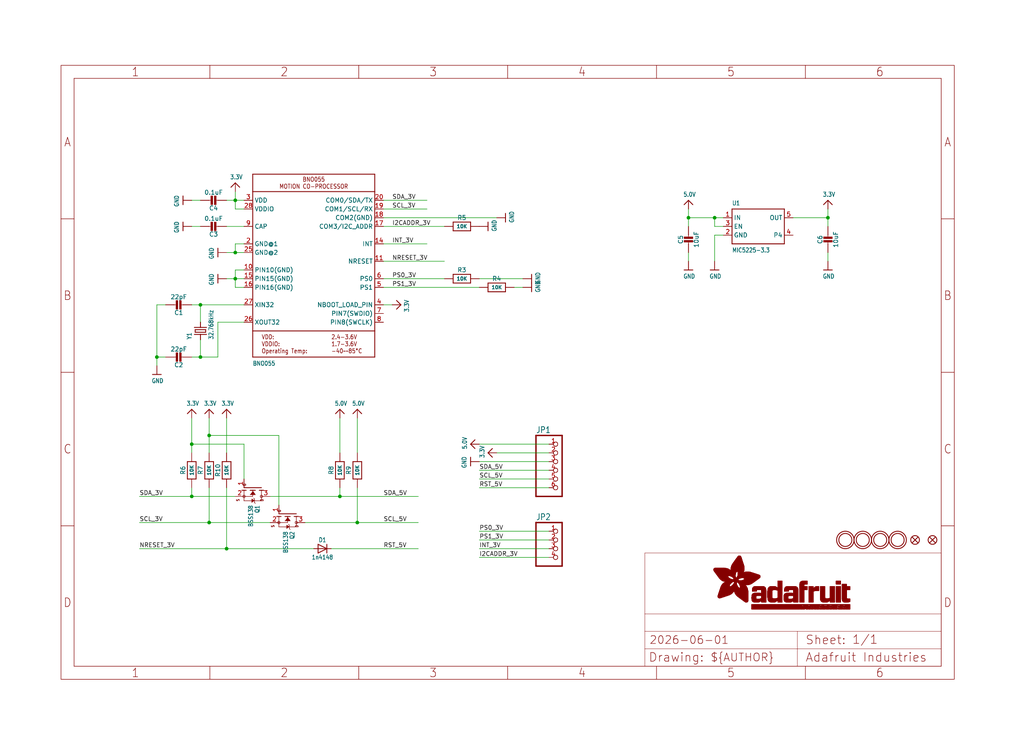
<source format=kicad_sch>
(kicad_sch (version 20231120) (generator "eeschema") (generator_version "8.0")
  (paper "User" 298.45 217.322)
  (lib_symbols
    (symbol "Adafruit BNO055-eagle-import:3.3V" (power)
      (symbol "3.3V_1_0"
        (pin power_in line (at 0 -2.54 90) (length 2.54) (name "3.3V") (number "1"))
      )
    )
    (symbol "Adafruit BNO055-eagle-import:5.0V" (power)
      (symbol "5.0V_1_0"
        (pin power_in line (at 0 -2.54 90) (length 2.54) (name "5.0V") (number "1"))
      )
    )
    (symbol "Adafruit BNO055-eagle-import:BNO055"
      (symbol "BNO055_1_0"
        (text "2.4-3.6V\n1.7-3.6V\n-40~~85°C" (at 5.08 -24.13 0) (effects (font (size 1.27 1.0795)) (justify left)))
        (text "BNO055\nMOTION CO-PROCESSOR" (at 0 22.86 0) (effects (font (size 1.27 1.0795))))
        (text "VDD:\nVDDIO:\nOperating Temp:" (at -15.24 -24.13 0) (effects (font (size 1.27 1.0795)) (justify left)))
        (pin bidirectional line (at -20.32 -2.54 0) (length 2.54) (name "PIN10(GND)") (number "10"))
        (pin bidirectional line (at 20.32 0 180) (length 2.54) (name "NRESET") (number "11"))
        (pin output line (at 20.32 5.08 180) (length 2.54) (name "INT") (number "14"))
        (pin bidirectional line (at -20.32 -5.08 0) (length 2.54) (name "PIN15(GND)") (number "15"))
        (pin bidirectional line (at -20.32 -7.62 0) (length 2.54) (name "PIN16(GND)") (number "16"))
        (pin bidirectional line (at 20.32 10.16 180) (length 2.54) (name "COM3/I2C_ADDR") (number "17"))
        (pin bidirectional line (at 20.32 12.7 180) (length 2.54) (name "COM2(GND)") (number "18"))
        (pin bidirectional line (at 20.32 15.24 180) (length 2.54) (name "COM1/SCL/RX") (number "19"))
        (pin power_in line (at -20.32 5.08 0) (length 2.54) (name "GND@1") (number "2"))
        (pin bidirectional line (at 20.32 17.78 180) (length 2.54) (name "COM0/SDA/TX") (number "20"))
        (pin power_in line (at -20.32 2.54 0) (length 2.54) (name "GND@2") (number "25"))
        (pin output line (at -20.32 -17.78 0) (length 2.54) (name "XOUT32") (number "26"))
        (pin input line (at -20.32 -12.7 0) (length 2.54) (name "XIN32") (number "27"))
        (pin power_in line (at -20.32 15.24 0) (length 2.54) (name "VDDIO") (number "28"))
        (pin power_in line (at -20.32 17.78 0) (length 2.54) (name "VDD") (number "3"))
        (pin bidirectional line (at 20.32 -12.7 180) (length 2.54) (name "NBOOT_LOAD_PIN") (number "4"))
        (pin input line (at 20.32 -7.62 180) (length 2.54) (name "PS1") (number "5"))
        (pin input line (at 20.32 -5.08 180) (length 2.54) (name "PS0") (number "6"))
        (pin bidirectional line (at 20.32 -15.24 180) (length 2.54) (name "PIN7(SWDIO)") (number "7"))
        (pin bidirectional line (at 20.32 -17.78 180) (length 2.54) (name "PIN8(SWCLK)") (number "8"))
        (pin passive line (at -20.32 10.16 0) (length 2.54) (name "CAP") (number "9"))
      )
    )
    (symbol "Adafruit BNO055-eagle-import:CAP_CERAMIC0805-NOOUTLINE"
      (property "Reference" "C" (at -2.29 1.25 90))
      (symbol "CAP_CERAMIC0805-NOOUTLINE_1_0"
        (pin passive line (at 0 5.08 270) (length 2.54) (name "1") (number "1"))
        (pin passive line (at 0 -2.54 90) (length 2.54) (name "2") (number "2"))
      )
    )
    (symbol "Adafruit BNO055-eagle-import:CAP_CERAMIC0805_10MGAP"
      (property "Reference" "C" (at -2.29 1.25 90))
      (symbol "CAP_CERAMIC0805_10MGAP_1_0"
        (pin passive line (at 0 5.08 270) (length 2.54) (name "1") (number "1"))
        (pin passive line (at 0 -2.54 90) (length 2.54) (name "2") (number "2"))
      )
    )
    (symbol "Adafruit BNO055-eagle-import:CRYSTAL8.0X3.8"
      (property "Reference" "Y" (at -2.54 2.54 0))
      (symbol "CRYSTAL8.0X3.8_1_0"
        (pin passive line (at -2.54 0 0) (length 0) (name "1") (number "P$1"))
        (pin passive line (at 2.54 0 180) (length 0) (name "2") (number "P$4"))
      )
    )
    (symbol "Adafruit BNO055-eagle-import:DIODESOD-323"
      (property "Reference" "D" (at 0 2.54 0))
      (symbol "DIODESOD-323_1_0"
        (pin passive line (at -2.54 0 0) (length 2.54) (name "A") (number "A"))
        (pin passive line (at 2.54 0 180) (length 2.54) (name "C") (number "C"))
      )
    )
    (symbol "Adafruit BNO055-eagle-import:FIDUCIAL{dblquote}{dblquote}")
    (symbol "Adafruit BNO055-eagle-import:FRAME_A4_ADAFRUIT"
      (symbol "FRAME_A4_ADAFRUIT_1_0"
        (text "${#}/${##}" (at 230.505 10.16 0) (effects (font (size 2.54 2.54)) (justify left bottom)))
        (text "${AUTHOR}" (at 189.23 5.08 0) (effects (font (size 2.286 2.286)) (justify left bottom)))
        (text "${CURRENT_DATE}" (at 171.45 10.16 0) (effects (font (size 2.286 2.286)) (justify left bottom)))
        (text "${PROJECTNAME}" (at 171.45 15.24 0) (effects (font (size 2.54 2.54)) (justify left bottom)))
        (text "1" (at 21.6958 1.905 0) (effects (font (size 2.54 2.286))))
        (text "1" (at 21.6958 177.165 0) (effects (font (size 2.54 2.286))))
        (text "2" (at 65.0875 1.905 0) (effects (font (size 2.54 2.286))))
        (text "2" (at 65.0875 177.165 0) (effects (font (size 2.54 2.286))))
        (text "3" (at 108.4792 1.905 0) (effects (font (size 2.54 2.286))))
        (text "3" (at 108.4792 177.165 0) (effects (font (size 2.54 2.286))))
        (text "4" (at 151.8708 1.905 0) (effects (font (size 2.54 2.286))))
        (text "4" (at 151.8708 177.165 0) (effects (font (size 2.54 2.286))))
        (text "5" (at 195.2625 1.905 0) (effects (font (size 2.54 2.286))))
        (text "5" (at 195.2625 177.165 0) (effects (font (size 2.54 2.286))))
        (text "6" (at 238.6542 1.905 0) (effects (font (size 2.54 2.286))))
        (text "6" (at 238.6542 177.165 0) (effects (font (size 2.54 2.286))))
        (text "A" (at 1.905 156.6863 0) (effects (font (size 2.54 2.286))))
        (text "A" (at 258.445 156.6863 0) (effects (font (size 2.54 2.286))))
        (text "Adafruit Industries" (at 216.916 4.953 0) (effects (font (size 2.54 2.54)) (justify left bottom)))
        (text "B" (at 1.905 111.9188 0) (effects (font (size 2.54 2.286))))
        (text "B" (at 258.445 111.9188 0) (effects (font (size 2.54 2.286))))
        (text "C" (at 1.905 67.1513 0) (effects (font (size 2.54 2.286))))
        (text "C" (at 258.445 67.1513 0) (effects (font (size 2.54 2.286))))
        (text "D" (at 1.905 22.3838 0) (effects (font (size 2.54 2.286))))
        (text "D" (at 258.445 22.3838 0) (effects (font (size 2.54 2.286))))
        (text "Drawing:" (at 171.196 4.953 0) (effects (font (size 2.54 2.54)) (justify left bottom)))
        (text "Sheet:" (at 216.916 10.033 0) (effects (font (size 2.54 2.54)) (justify left bottom)))
      )
    )
    (symbol "Adafruit BNO055-eagle-import:GND" (power)
      (symbol "GND_1_0"
        (pin power_in line (at 0 2.54 270) (length 2.54) (name "GND") (number "1"))
      )
    )
    (symbol "Adafruit BNO055-eagle-import:HEADER-1X476MIL"
      (property "Reference" "JP" (at -6.35 8.255 0))
      (symbol "HEADER-1X476MIL_1_0"
        (pin passive inverted (at -2.54 5.08 0) (length 2.54) (name "1") (number "1"))
        (pin passive inverted (at -2.54 2.54 0) (length 2.54) (name "2") (number "2"))
        (pin passive inverted (at -2.54 0 0) (length 2.54) (name "3") (number "3"))
        (pin passive inverted (at -2.54 -2.54 0) (length 2.54) (name "4") (number "4"))
      )
    )
    (symbol "Adafruit BNO055-eagle-import:HEADER-1X676MIL"
      (property "Reference" "JP" (at -6.35 10.795 0))
      (symbol "HEADER-1X676MIL_1_0"
        (pin passive inverted (at -2.54 7.62 0) (length 2.54) (name "1") (number "1"))
        (pin passive inverted (at -2.54 5.08 0) (length 2.54) (name "2") (number "2"))
        (pin passive inverted (at -2.54 2.54 0) (length 2.54) (name "3") (number "3"))
        (pin passive inverted (at -2.54 0 0) (length 2.54) (name "4") (number "4"))
        (pin passive inverted (at -2.54 -2.54 0) (length 2.54) (name "5") (number "5"))
        (pin passive inverted (at -2.54 -5.08 0) (length 2.54) (name "6") (number "6"))
      )
    )
    (symbol "Adafruit BNO055-eagle-import:MOSFET-NWIDE"
      (property "Reference" "Q" (at 5.08 0.635 0))
      (symbol "MOSFET-NWIDE_1_0"
        (text "D" (at 3.175 3.175 0) (effects (font (size 0.8128 0.6908)) (justify left bottom)))
        (text "G" (at -1.27 -1.905 0) (effects (font (size 0.8128 0.6908)) (justify left bottom)))
        (text "S" (at 3.175 -3.81 0) (effects (font (size 0.8128 0.6908)) (justify left bottom)))
        (pin bidirectional line (at -2.54 -2.54 0) (length 2.54) (name "G") (number "1"))
        (pin bidirectional line (at 2.54 -5.08 90) (length 2.54) (name "S") (number "2"))
        (pin bidirectional line (at 2.54 5.08 270) (length 2.54) (name "D") (number "3"))
      )
    )
    (symbol "Adafruit BNO055-eagle-import:MOUNTINGHOLE2.5_THICK")
    (symbol "Adafruit BNO055-eagle-import:RESISTOR0805_NOOUTLINE"
      (property "Reference" "R" (at 0 2.54 0))
      (symbol "RESISTOR0805_NOOUTLINE_1_0"
        (pin passive line (at -5.08 0 0) (length 2.54) (name "1") (number "1"))
        (pin passive line (at 5.08 0 180) (length 2.54) (name "2") (number "2"))
      )
    )
    (symbol "Adafruit BNO055-eagle-import:RESISTOR_0805MP"
      (property "Reference" "R" (at 0 2.54 0))
      (symbol "RESISTOR_0805MP_1_0"
        (pin passive line (at -5.08 0 0) (length 2.54) (name "1") (number "1"))
        (pin passive line (at 5.08 0 180) (length 2.54) (name "2") (number "2"))
      )
    )
    (symbol "Adafruit BNO055-eagle-import:VREG_SOT23-5"
      (property "Reference" "U" (at -7.62 6.096 0))
      (symbol "VREG_SOT23-5_1_0"
        (pin power_in line (at -10.16 2.54 0) (length 2.54) (name "IN") (number "1"))
        (pin power_in line (at -10.16 -2.54 0) (length 2.54) (name "GND") (number "2"))
        (pin input line (at -10.16 0 0) (length 2.54) (name "EN") (number "3"))
        (pin bidirectional line (at 10.16 -2.54 180) (length 2.54) (name "P4") (number "4"))
        (pin power_in line (at 10.16 2.54 180) (length 2.54) (name "OUT") (number "5"))
      )
    )
  )
  (junction (at 58.42 88.9))
  (junction (at 55.88 144.78))
  (junction (at 60.96 127))
  (junction (at 68.58 81.28))
  (junction (at 60.96 152.4))
  (junction (at 58.42 104.14))
  (junction (at 45.72 104.14))
  (junction (at 200.66 63.5))
  (junction (at 66.04 160.02))
  (junction (at 68.58 73.66))
  (junction (at 99.06 144.78))
  (junction (at 68.58 58.42))
  (junction (at 208.28 63.5))
  (junction (at 104.14 152.4))
  (junction (at 55.88 129.54))
  (junction (at 241.3 63.5))
  (wire (pts (xy 200.66 63.5) (xy 200.66 60.96)) (stroke (width 0.1524)))
  (wire (pts (xy 71.12 93.98) (xy 63.5 93.98)) (stroke (width 0.1524)))
  (wire (pts (xy 139.7 154.94) (xy 160.02 154.94)) (stroke (width 0.1524)))
  (wire (pts (xy 71.12 139.7) (xy 71.12 129.54)) (stroke (width 0.1524)))
  (wire (pts (xy 139.7 81.28) (xy 152.4 81.28)) (stroke (width 0.1524)))
  (wire (pts (xy 139.7 129.54) (xy 160.02 129.54)) (stroke (width 0.1524)))
  (wire (pts (xy 111.76 88.9) (xy 114.3 88.9)) (stroke (width 0.1524)))
  (wire (pts (xy 111.76 66.04) (xy 129.54 66.04)) (stroke (width 0.1524)))
  (wire (pts (xy 210.82 66.04) (xy 208.28 66.04)) (stroke (width 0.1524)))
  (wire (pts (xy 58.42 58.42) (xy 55.88 58.42)) (stroke (width 0.1524)))
  (wire (pts (xy 60.96 142.24) (xy 60.96 152.4)) (stroke (width 0.1524)))
  (wire (pts (xy 58.42 93.98) (xy 58.42 88.9)) (stroke (width 0.1524)))
  (wire (pts (xy 68.58 83.82) (xy 68.58 81.28)) (stroke (width 0.1524)))
  (wire (pts (xy 71.12 129.54) (xy 55.88 129.54)) (stroke (width 0.1524)))
  (wire (pts (xy 48.26 104.14) (xy 45.72 104.14)) (stroke (width 0.1524)))
  (wire (pts (xy 200.66 66.04) (xy 200.66 63.5)) (stroke (width 0.1524)))
  (wire (pts (xy 45.72 88.9) (xy 45.72 104.14)) (stroke (width 0.1524)))
  (wire (pts (xy 241.3 73.66) (xy 241.3 76.2)) (stroke (width 0.1524)))
  (wire (pts (xy 55.88 142.24) (xy 55.88 144.78)) (stroke (width 0.1524)))
  (wire (pts (xy 111.76 83.82) (xy 139.7 83.82)) (stroke (width 0.1524)))
  (wire (pts (xy 63.5 93.98) (xy 63.5 104.14)) (stroke (width 0.1524)))
  (wire (pts (xy 68.58 78.74) (xy 68.58 81.28)) (stroke (width 0.1524)))
  (wire (pts (xy 144.78 63.5) (xy 111.76 63.5)) (stroke (width 0.1524)))
  (wire (pts (xy 60.96 152.4) (xy 40.64 152.4)) (stroke (width 0.1524)))
  (wire (pts (xy 63.5 104.14) (xy 58.42 104.14)) (stroke (width 0.1524)))
  (wire (pts (xy 139.7 139.7) (xy 160.02 139.7)) (stroke (width 0.1524)))
  (wire (pts (xy 99.06 144.78) (xy 121.92 144.78)) (stroke (width 0.1524)))
  (wire (pts (xy 48.26 88.9) (xy 45.72 88.9)) (stroke (width 0.1524)))
  (wire (pts (xy 139.7 162.56) (xy 160.02 162.56)) (stroke (width 0.1524)))
  (wire (pts (xy 60.96 127) (xy 60.96 121.92)) (stroke (width 0.1524)))
  (wire (pts (xy 160.02 134.62) (xy 139.7 134.62)) (stroke (width 0.1524)))
  (wire (pts (xy 68.58 60.96) (xy 68.58 58.42)) (stroke (width 0.1524)))
  (wire (pts (xy 139.7 137.16) (xy 160.02 137.16)) (stroke (width 0.1524)))
  (wire (pts (xy 81.28 147.32) (xy 81.28 127)) (stroke (width 0.1524)))
  (wire (pts (xy 139.7 160.02) (xy 160.02 160.02)) (stroke (width 0.1524)))
  (wire (pts (xy 111.76 81.28) (xy 129.54 81.28)) (stroke (width 0.1524)))
  (wire (pts (xy 81.28 127) (xy 60.96 127)) (stroke (width 0.1524)))
  (wire (pts (xy 241.3 66.04) (xy 241.3 63.5)) (stroke (width 0.1524)))
  (wire (pts (xy 60.96 132.08) (xy 60.96 127)) (stroke (width 0.1524)))
  (wire (pts (xy 55.88 144.78) (xy 40.64 144.78)) (stroke (width 0.1524)))
  (wire (pts (xy 104.14 152.4) (xy 121.92 152.4)) (stroke (width 0.1524)))
  (wire (pts (xy 71.12 78.74) (xy 68.58 78.74)) (stroke (width 0.1524)))
  (wire (pts (xy 68.58 71.12) (xy 68.58 73.66)) (stroke (width 0.1524)))
  (wire (pts (xy 68.58 58.42) (xy 68.58 55.88)) (stroke (width 0.1524)))
  (wire (pts (xy 58.42 88.9) (xy 55.88 88.9)) (stroke (width 0.1524)))
  (wire (pts (xy 111.76 76.2) (xy 129.54 76.2)) (stroke (width 0.1524)))
  (wire (pts (xy 104.14 132.08) (xy 104.14 121.92)) (stroke (width 0.1524)))
  (wire (pts (xy 71.12 66.04) (xy 66.04 66.04)) (stroke (width 0.1524)))
  (wire (pts (xy 71.12 88.9) (xy 58.42 88.9)) (stroke (width 0.1524)))
  (wire (pts (xy 111.76 60.96) (xy 124.46 60.96)) (stroke (width 0.1524)))
  (wire (pts (xy 241.3 63.5) (xy 241.3 60.96)) (stroke (width 0.1524)))
  (wire (pts (xy 208.28 68.58) (xy 208.28 76.2)) (stroke (width 0.1524)))
  (wire (pts (xy 78.74 144.78) (xy 99.06 144.78)) (stroke (width 0.1524)))
  (wire (pts (xy 71.12 60.96) (xy 68.58 60.96)) (stroke (width 0.1524)))
  (wire (pts (xy 200.66 73.66) (xy 200.66 76.2)) (stroke (width 0.1524)))
  (wire (pts (xy 104.14 152.4) (xy 104.14 142.24)) (stroke (width 0.1524)))
  (wire (pts (xy 66.04 58.42) (xy 68.58 58.42)) (stroke (width 0.1524)))
  (wire (pts (xy 71.12 73.66) (xy 68.58 73.66)) (stroke (width 0.1524)))
  (wire (pts (xy 58.42 66.04) (xy 55.88 66.04)) (stroke (width 0.1524)))
  (wire (pts (xy 149.86 83.82) (xy 152.4 83.82)) (stroke (width 0.1524)))
  (wire (pts (xy 68.58 73.66) (xy 66.04 73.66)) (stroke (width 0.1524)))
  (wire (pts (xy 58.42 99.06) (xy 58.42 104.14)) (stroke (width 0.1524)))
  (wire (pts (xy 66.04 132.08) (xy 66.04 121.92)) (stroke (width 0.1524)))
  (wire (pts (xy 78.74 152.4) (xy 60.96 152.4)) (stroke (width 0.1524)))
  (wire (pts (xy 99.06 132.08) (xy 99.06 121.92)) (stroke (width 0.1524)))
  (wire (pts (xy 111.76 71.12) (xy 124.46 71.12)) (stroke (width 0.1524)))
  (wire (pts (xy 208.28 63.5) (xy 200.66 63.5)) (stroke (width 0.1524)))
  (wire (pts (xy 55.88 129.54) (xy 55.88 121.92)) (stroke (width 0.1524)))
  (wire (pts (xy 71.12 71.12) (xy 68.58 71.12)) (stroke (width 0.1524)))
  (wire (pts (xy 88.9 152.4) (xy 104.14 152.4)) (stroke (width 0.1524)))
  (wire (pts (xy 139.7 142.24) (xy 160.02 142.24)) (stroke (width 0.1524)))
  (wire (pts (xy 208.28 66.04) (xy 208.28 63.5)) (stroke (width 0.1524)))
  (wire (pts (xy 66.04 142.24) (xy 66.04 160.02)) (stroke (width 0.1524)))
  (wire (pts (xy 210.82 68.58) (xy 208.28 68.58)) (stroke (width 0.1524)))
  (wire (pts (xy 45.72 104.14) (xy 45.72 106.68)) (stroke (width 0.1524)))
  (wire (pts (xy 96.52 160.02) (xy 121.92 160.02)) (stroke (width 0.1524)))
  (wire (pts (xy 55.88 132.08) (xy 55.88 129.54)) (stroke (width 0.1524)))
  (wire (pts (xy 40.64 160.02) (xy 66.04 160.02)) (stroke (width 0.1524)))
  (wire (pts (xy 160.02 132.08) (xy 144.78 132.08)) (stroke (width 0.1524)))
  (wire (pts (xy 71.12 81.28) (xy 68.58 81.28)) (stroke (width 0.1524)))
  (wire (pts (xy 58.42 104.14) (xy 55.88 104.14)) (stroke (width 0.1524)))
  (wire (pts (xy 99.06 144.78) (xy 99.06 142.24)) (stroke (width 0.1524)))
  (wire (pts (xy 231.14 63.5) (xy 241.3 63.5)) (stroke (width 0.1524)))
  (wire (pts (xy 139.7 157.48) (xy 160.02 157.48)) (stroke (width 0.1524)))
  (wire (pts (xy 66.04 160.02) (xy 91.44 160.02)) (stroke (width 0.1524)))
  (wire (pts (xy 210.82 63.5) (xy 208.28 63.5)) (stroke (width 0.1524)))
  (wire (pts (xy 68.58 144.78) (xy 55.88 144.78)) (stroke (width 0.1524)))
  (wire (pts (xy 71.12 58.42) (xy 68.58 58.42)) (stroke (width 0.1524)))
  (wire (pts (xy 111.76 58.42) (xy 124.46 58.42)) (stroke (width 0.1524)))
  (wire (pts (xy 68.58 81.28) (xy 66.04 81.28)) (stroke (width 0.1524)))
  (wire (pts (xy 71.12 83.82) (xy 68.58 83.82)) (stroke (width 0.1524)))
  (label "INT_3V" (at 139.7 160.02 0) (effects (font (size 1.2446 1.2446))))
  (label "SDA_5V" (at 111.76 144.78 0) (effects (font (size 1.2446 1.2446))))
  (label "RST_5V" (at 139.7 142.24 0) (effects (font (size 1.2446 1.2446))))
  (label "PS1_3V" (at 114.3 83.82 0) (effects (font (size 1.2446 1.2446))))
  (label "SCL_5V" (at 139.7 139.7 0) (effects (font (size 1.2446 1.2446))))
  (label "PS0_3V" (at 139.7 154.94 0) (effects (font (size 1.2446 1.2446))))
  (label "I2CADDR_3V" (at 114.3 66.04 0) (effects (font (size 1.2446 1.2446))))
  (label "RST_5V" (at 111.76 160.02 0) (effects (font (size 1.2446 1.2446))))
  (label "PS1_3V" (at 139.7 157.48 0) (effects (font (size 1.2446 1.2446))))
  (label "SCL_5V" (at 111.76 152.4 0) (effects (font (size 1.2446 1.2446))))
  (label "I2CADDR_3V" (at 139.7 162.56 0) (effects (font (size 1.2446 1.2446))))
  (label "SDA_5V" (at 139.7 137.16 0) (effects (font (size 1.2446 1.2446))))
  (label "NRESET_3V" (at 114.3 76.2 0) (effects (font (size 1.2446 1.2446))))
  (label "SDA_3V" (at 114.3 58.42 0) (effects (font (size 1.2446 1.2446))))
  (label "NRESET_3V" (at 40.64 160.02 0) (effects (font (size 1.2446 1.2446))))
  (label "PS0_3V" (at 114.3 81.28 0) (effects (font (size 1.2446 1.2446))))
  (label "SDA_3V" (at 40.64 144.78 0) (effects (font (size 1.2446 1.2446))))
  (label "SCL_3V" (at 40.64 152.4 0) (effects (font (size 1.2446 1.2446))))
  (label "INT_3V" (at 114.3 71.12 0) (effects (font (size 1.2446 1.2446))))
  (label "SCL_3V" (at 114.3 60.96 0) (effects (font (size 1.2446 1.2446))))
  (symbol (lib_id "Adafruit BNO055-eagle-import:GND") (at 241.3 78.74 0) (unit 1)
    (property "Reference" "#U$23" (effects (hide yes)))
    (property "Value" "GND" (at 239.776 81.28 0) (effects (font (size 1.27 1.0795)) (justify left bottom)))
  )
  (symbol (lib_id "Adafruit BNO055-eagle-import:5.0V") (at 99.06 119.38 0) (unit 1)
    (property "Reference" "#U$19" (effects (hide yes)))
    (property "Value" "5.0V" (at 97.536 118.364 0) (effects (font (size 1.27 1.0795)) (justify left bottom)))
  )
  (symbol (lib_id "Adafruit BNO055-eagle-import:5.0V") (at 104.14 119.38 0) (unit 1)
    (property "Reference" "#U$20" (effects (hide yes)))
    (property "Value" "5.0V" (at 102.616 118.364 0) (effects (font (size 1.27 1.0795)) (justify left bottom)))
  )
  (symbol (lib_id "Adafruit BNO055-eagle-import:CAP_CERAMIC0805-NOOUTLINE") (at 200.66 71.12 0) (unit 1)
    (property "Reference" "C5" (at 198.37 69.87 90))
    (property "Value" "10uF" (at 202.96 69.87 90))
    (property "Footprint" "Adafruit BNO055:0805-NO" (effects (hide yes)))
  )
  (symbol (lib_id "Adafruit BNO055-eagle-import:GND") (at 53.34 58.42 270) (unit 1)
    (property "Reference" "#U$16" (effects (hide yes)))
    (property "Value" "GND" (at 50.8 56.896 0) (effects (font (size 1.27 1.0795)) (justify left bottom)))
  )
  (symbol (lib_id "Adafruit BNO055-eagle-import:FIDUCIAL{dblquote}{dblquote}") (at 271.78 157.48 0) (unit 1)
    (property "Reference" "FID1" (effects (hide yes)))
    (property "Value" "FIDUCIAL{dblquote}{dblquote}" (effects (hide yes)))
    (property "Footprint" "Adafruit BNO055:FIDUCIAL_1MM" (effects (hide yes)))
  )
  (symbol (lib_id "Adafruit BNO055-eagle-import:DIODESOD-323") (at 93.98 160.02 0) (unit 1)
    (property "Reference" "D1" (at 93.98 157.48 0) (effects (font (size 1.27 1.0795))))
    (property "Value" "1n4148" (at 93.98 162.52 0) (effects (font (size 1.27 1.0795))))
    (property "Footprint" "Adafruit BNO055:SOD-323" (effects (hide yes)))
  )
  (symbol (lib_id "Adafruit BNO055-eagle-import:RESISTOR0805_NOOUTLINE") (at 60.96 137.16 90) (unit 1)
    (property "Reference" "R7" (at 58.42 137.16 0))
    (property "Value" "10K" (at 60.96 137.16 0) (effects (font (size 1.016 1.016) (bold yes))))
    (property "Footprint" "Adafruit BNO055:0805-NO" (effects (hide yes)))
  )
  (symbol (lib_id "Adafruit BNO055-eagle-import:GND") (at 53.34 66.04 270) (unit 1)
    (property "Reference" "#U$14" (effects (hide yes)))
    (property "Value" "GND" (at 50.8 64.516 0) (effects (font (size 1.27 1.0795)) (justify left bottom)))
  )
  (symbol (lib_id "Adafruit BNO055-eagle-import:MOSFET-NWIDE") (at 83.82 149.86 270) (unit 1)
    (property "Reference" "Q2" (at 84.455 154.94 0) (effects (font (size 1.27 1.0795)) (justify left bottom)))
    (property "Value" "BSS138" (at 82.55 154.94 0) (effects (font (size 1.27 1.0795)) (justify left bottom)))
    (property "Footprint" "Adafruit BNO055:SOT23-WIDE" (effects (hide yes)))
  )
  (symbol (lib_id "Adafruit BNO055-eagle-import:MOUNTINGHOLE2.5_THICK") (at 246.38 157.48 0) (unit 1)
    (property "Reference" "U$32" (effects (hide yes)))
    (property "Value" "MOUNTINGHOLE2.5_THICK" (effects (hide yes)))
    (property "Footprint" "Adafruit BNO055:MOUNTINGHOLE_2.5_PLATED_THICK" (effects (hide yes)))
  )
  (symbol (lib_id "Adafruit BNO055-eagle-import:3.3V") (at 68.58 53.34 0) (unit 1)
    (property "Reference" "#U$21" (effects (hide yes)))
    (property "Value" "3.3V" (at 67.056 52.324 0) (effects (font (size 1.27 1.0795)) (justify left bottom)))
  )
  (symbol (lib_id "Adafruit BNO055-eagle-import:GND") (at 45.72 109.22 0) (unit 1)
    (property "Reference" "#U$11" (effects (hide yes)))
    (property "Value" "GND" (at 44.196 111.76 0) (effects (font (size 1.27 1.0795)) (justify left bottom)))
  )
  (symbol (lib_id "Adafruit BNO055-eagle-import:3.3V") (at 60.96 119.38 0) (unit 1)
    (property "Reference" "#U$9" (effects (hide yes)))
    (property "Value" "3.3V" (at 59.436 118.364 0) (effects (font (size 1.27 1.0795)) (justify left bottom)))
  )
  (symbol (lib_id "Adafruit BNO055-eagle-import:GND") (at 142.24 66.04 90) (unit 1)
    (property "Reference" "#U$7" (effects (hide yes)))
    (property "Value" "GND" (at 144.78 67.564 0) (effects (font (size 1.27 1.0795)) (justify left bottom)))
  )
  (symbol (lib_id "Adafruit BNO055-eagle-import:3.3V") (at 116.84 88.9 270) (unit 1)
    (property "Reference" "#U$15" (effects (hide yes)))
    (property "Value" "3.3V" (at 117.856 87.376 0) (effects (font (size 1.27 1.0795)) (justify left bottom)))
  )
  (symbol (lib_id "Adafruit BNO055-eagle-import:5.0V") (at 200.66 58.42 0) (unit 1)
    (property "Reference" "#U$25" (effects (hide yes)))
    (property "Value" "5.0V" (at 199.136 57.404 0) (effects (font (size 1.27 1.0795)) (justify left bottom)))
  )
  (symbol (lib_id "Adafruit BNO055-eagle-import:MOUNTINGHOLE2.5_THICK") (at 261.62 157.48 0) (unit 1)
    (property "Reference" "U$29" (effects (hide yes)))
    (property "Value" "MOUNTINGHOLE2.5_THICK" (effects (hide yes)))
    (property "Footprint" "Adafruit BNO055:MOUNTINGHOLE_2.5_PLATED_THICK" (effects (hide yes)))
  )
  (symbol (lib_id "Adafruit BNO055-eagle-import:RESISTOR0805_NOOUTLINE") (at 66.04 137.16 90) (unit 1)
    (property "Reference" "R10" (at 63.5 137.16 0))
    (property "Value" "10K" (at 66.04 137.16 0) (effects (font (size 1.016 1.016) (bold yes))))
    (property "Footprint" "Adafruit BNO055:0805-NO" (effects (hide yes)))
  )
  (symbol (lib_id "Adafruit BNO055-eagle-import:3.3V") (at 142.24 132.08 90) (unit 1)
    (property "Reference" "#U$17" (effects (hide yes)))
    (property "Value" "3.3V" (at 141.224 133.604 0) (effects (font (size 1.27 1.0795)) (justify left bottom)))
  )
  (symbol (lib_id "Adafruit BNO055-eagle-import:RESISTOR0805_NOOUTLINE") (at 134.62 66.04 0) (unit 1)
    (property "Reference" "R5" (at 134.62 63.5 0))
    (property "Value" "10K" (at 134.62 66.04 0) (effects (font (size 1.016 1.016) (bold yes))))
    (property "Footprint" "Adafruit BNO055:0805-NO" (effects (hide yes)))
  )
  (symbol (lib_id "Adafruit BNO055-eagle-import:3.3V") (at 241.3 58.42 0) (unit 1)
    (property "Reference" "#U$24" (effects (hide yes)))
    (property "Value" "3.3V" (at 239.776 57.404 0) (effects (font (size 1.27 1.0795)) (justify left bottom)))
  )
  (symbol (lib_id "Adafruit BNO055-eagle-import:GND") (at 154.94 81.28 90) (unit 1)
    (property "Reference" "#U$5" (effects (hide yes)))
    (property "Value" "GND" (at 157.48 82.804 0) (effects (font (size 1.27 1.0795)) (justify left bottom)))
  )
  (symbol (lib_id "Adafruit BNO055-eagle-import:CAP_CERAMIC0805_10MGAP") (at 63.5 58.42 90) (unit 1)
    (property "Reference" "C4" (at 62.25 60.71 90))
    (property "Value" "0.1uF" (at 62.25 56.12 90))
    (property "Footprint" "Adafruit BNO055:0805_10MGAP" (effects (hide yes)))
  )
  (symbol (lib_id "Adafruit BNO055-eagle-import:3.3V") (at 66.04 119.38 0) (unit 1)
    (property "Reference" "#U$27" (effects (hide yes)))
    (property "Value" "3.3V" (at 64.516 118.364 0) (effects (font (size 1.27 1.0795)) (justify left bottom)))
  )
  (symbol (lib_id "Adafruit BNO055-eagle-import:RESISTOR0805_NOOUTLINE") (at 134.62 81.28 0) (unit 1)
    (property "Reference" "R3" (at 134.62 78.74 0))
    (property "Value" "10K" (at 134.62 81.28 0) (effects (font (size 1.016 1.016) (bold yes))))
    (property "Footprint" "Adafruit BNO055:0805-NO" (effects (hide yes)))
  )
  (symbol (lib_id "Adafruit BNO055-eagle-import:GND") (at 147.32 63.5 90) (unit 1)
    (property "Reference" "#U$8" (effects (hide yes)))
    (property "Value" "GND" (at 149.86 65.024 0) (effects (font (size 1.27 1.0795)) (justify left bottom)))
  )
  (symbol (lib_id "Adafruit BNO055-eagle-import:3.3V") (at 55.88 119.38 0) (unit 1)
    (property "Reference" "#U$4" (effects (hide yes)))
    (property "Value" "3.3V" (at 54.356 118.364 0) (effects (font (size 1.27 1.0795)) (justify left bottom)))
  )
  (symbol (lib_id "Adafruit BNO055-eagle-import:CAP_CERAMIC0805-NOOUTLINE") (at 53.34 104.14 90) (unit 1)
    (property "Reference" "C2" (at 52.09 106.43 90))
    (property "Value" "22pF" (at 52.09 101.84 90))
    (property "Footprint" "Adafruit BNO055:0805-NO" (effects (hide yes)))
  )
  (symbol (lib_id "Adafruit BNO055-eagle-import:CAP_CERAMIC0805-NOOUTLINE") (at 53.34 88.9 90) (unit 1)
    (property "Reference" "C1" (at 52.09 91.19 90))
    (property "Value" "22pF" (at 52.09 86.6 90))
    (property "Footprint" "Adafruit BNO055:0805-NO" (effects (hide yes)))
  )
  (symbol (lib_id "Adafruit BNO055-eagle-import:GND") (at 63.5 73.66 270) (unit 1)
    (property "Reference" "#U$13" (effects (hide yes)))
    (property "Value" "GND" (at 60.96 72.136 0) (effects (font (size 1.27 1.0795)) (justify left bottom)))
  )
  (symbol (lib_id "Adafruit BNO055-eagle-import:5.0V") (at 137.16 129.54 90) (unit 1)
    (property "Reference" "#U$10" (effects (hide yes)))
    (property "Value" "5.0V" (at 136.144 131.064 0) (effects (font (size 1.27 1.0795)) (justify left bottom)))
  )
  (symbol (lib_id "Adafruit BNO055-eagle-import:HEADER-1X676MIL") (at 162.56 137.16 0) (unit 1)
    (property "Reference" "JP1" (at 156.21 126.365 0) (effects (font (size 1.778 1.5113)) (justify left bottom)))
    (property "Value" "HEADER-1X676MIL" (effects (hide yes)))
    (property "Footprint" "Adafruit BNO055:1X06_ROUND_76" (effects (hide yes)))
  )
  (symbol (lib_id "Adafruit BNO055-eagle-import:CAP_CERAMIC0805_10MGAP") (at 241.3 71.12 0) (unit 1)
    (property "Reference" "C6" (at 239.01 69.87 90))
    (property "Value" "10uF" (at 243.6 69.87 90))
    (property "Footprint" "Adafruit BNO055:0805_10MGAP" (effects (hide yes)))
  )
  (symbol (lib_id "Adafruit BNO055-eagle-import:FIDUCIAL{dblquote}{dblquote}") (at 266.7 157.48 0) (unit 1)
    (property "Reference" "FID2" (effects (hide yes)))
    (property "Value" "FIDUCIAL{dblquote}{dblquote}" (effects (hide yes)))
    (property "Footprint" "Adafruit BNO055:FIDUCIAL_1MM" (effects (hide yes)))
  )
  (symbol (lib_id "Adafruit BNO055-eagle-import:RESISTOR_0805MP") (at 104.14 137.16 90) (unit 1)
    (property "Reference" "R9" (at 101.6 137.16 0))
    (property "Value" "10K" (at 104.14 137.16 0) (effects (font (size 1.016 1.016) (bold yes))))
    (property "Footprint" "Adafruit BNO055:_0805MP" (effects (hide yes)))
  )
  (symbol (lib_id "Adafruit BNO055-eagle-import:RESISTOR0805_NOOUTLINE") (at 144.78 83.82 0) (unit 1)
    (property "Reference" "R4" (at 144.78 81.28 0))
    (property "Value" "10K" (at 144.78 83.82 0) (effects (font (size 1.016 1.016) (bold yes))))
    (property "Footprint" "Adafruit BNO055:0805-NO" (effects (hide yes)))
  )
  (symbol (lib_id "Adafruit BNO055-eagle-import:MOUNTINGHOLE2.5_THICK") (at 256.54 157.48 0) (unit 1)
    (property "Reference" "U$30" (effects (hide yes)))
    (property "Value" "MOUNTINGHOLE2.5_THICK" (effects (hide yes)))
    (property "Footprint" "Adafruit BNO055:MOUNTINGHOLE_2.5_PLATED_THICK" (effects (hide yes)))
  )
  (symbol (lib_id "Adafruit BNO055-eagle-import:BNO055") (at 91.44 76.2 0) (unit 1)
    (property "Reference" "U$2" (effects (hide yes)))
    (property "Value" "BNO055" (at 73.66 106.68 0) (effects (font (size 1.27 1.0795)) (justify left bottom)))
    (property "Footprint" "Adafruit BNO055:BNO055" (effects (hide yes)))
  )
  (symbol (lib_id "Adafruit BNO055-eagle-import:GND") (at 63.5 81.28 270) (unit 1)
    (property "Reference" "#U$12" (effects (hide yes)))
    (property "Value" "GND" (at 60.96 79.756 0) (effects (font (size 1.27 1.0795)) (justify left bottom)))
  )
  (symbol (lib_id "Adafruit BNO055-eagle-import:RESISTOR_0805MP") (at 99.06 137.16 90) (unit 1)
    (property "Reference" "R8" (at 96.52 137.16 0))
    (property "Value" "10K" (at 99.06 137.16 0) (effects (font (size 1.016 1.016) (bold yes))))
    (property "Footprint" "Adafruit BNO055:_0805MP" (effects (hide yes)))
  )
  (symbol (lib_id "Adafruit BNO055-eagle-import:HEADER-1X476MIL") (at 162.56 160.02 0) (unit 1)
    (property "Reference" "JP2" (at 156.21 151.765 0) (effects (font (size 1.778 1.5113)) (justify left bottom)))
    (property "Value" "HEADER-1X476MIL" (effects (hide yes)))
    (property "Footprint" "Adafruit BNO055:1X04_ROUND_76" (effects (hide yes)))
  )
  (symbol (lib_id "Adafruit BNO055-eagle-import:VREG_SOT23-5") (at 220.98 66.04 0) (unit 1)
    (property "Reference" "U1" (at 213.36 59.944 0) (effects (font (size 1.27 1.0795)) (justify left bottom)))
    (property "Value" "MIC5225-3.3" (at 213.36 73.66 0) (effects (font (size 1.27 1.0795)) (justify left bottom)))
    (property "Footprint" "Adafruit BNO055:SOT23-5" (effects (hide yes)))
  )
  (symbol (lib_id "Adafruit BNO055-eagle-import:GND") (at 137.16 134.62 270) (unit 1)
    (property "Reference" "#U$18" (effects (hide yes)))
    (property "Value" "GND" (at 134.62 133.096 0) (effects (font (size 1.27 1.0795)) (justify left bottom)))
  )
  (symbol (lib_id "Adafruit BNO055-eagle-import:FRAME_A4_ADAFRUIT") (at 17.78 198.12 0) (unit 1)
    (property "Reference" "#U$1" (effects (hide yes)))
    (property "Value" "FRAME_A4_ADAFRUIT" (effects (hide yes)))
  )
  (symbol (lib_id "Adafruit BNO055-eagle-import:MOSFET-NWIDE") (at 73.66 142.24 270) (unit 1)
    (property "Reference" "Q1" (at 74.295 147.32 0) (effects (font (size 1.27 1.0795)) (justify left bottom)))
    (property "Value" "BSS138" (at 72.39 147.32 0) (effects (font (size 1.27 1.0795)) (justify left bottom)))
    (property "Footprint" "Adafruit BNO055:SOT23-WIDE" (effects (hide yes)))
  )
  (symbol (lib_id "Adafruit BNO055-eagle-import:MOUNTINGHOLE2.5_THICK") (at 251.46 157.48 0) (unit 1)
    (property "Reference" "U$31" (effects (hide yes)))
    (property "Value" "MOUNTINGHOLE2.5_THICK" (effects (hide yes)))
    (property "Footprint" "Adafruit BNO055:MOUNTINGHOLE_2.5_PLATED_THICK" (effects (hide yes)))
  )
  (symbol (lib_id "Adafruit BNO055-eagle-import:CAP_CERAMIC0805-NOOUTLINE") (at 63.5 66.04 90) (unit 1)
    (property "Reference" "C3" (at 62.25 68.33 90))
    (property "Value" "0.1uF" (at 62.25 63.74 90))
    (property "Footprint" "Adafruit BNO055:0805-NO" (effects (hide yes)))
  )
  (symbol (lib_id "Adafruit BNO055-eagle-import:GND") (at 200.66 78.74 0) (unit 1)
    (property "Reference" "#U$22" (effects (hide yes)))
    (property "Value" "GND" (at 199.136 81.28 0) (effects (font (size 1.27 1.0795)) (justify left bottom)))
  )
  (symbol (lib_id "Adafruit BNO055-eagle-import:RESISTOR0805_NOOUTLINE") (at 55.88 137.16 90) (unit 1)
    (property "Reference" "R6" (at 53.34 137.16 0))
    (property "Value" "10K" (at 55.88 137.16 0) (effects (font (size 1.016 1.016) (bold yes))))
    (property "Footprint" "Adafruit BNO055:0805-NO" (effects (hide yes)))
  )
  (symbol (lib_id "Adafruit BNO055-eagle-import:GND") (at 208.28 78.74 0) (unit 1)
    (property "Reference" "#U$26" (effects (hide yes)))
    (property "Value" "GND" (at 206.756 81.28 0) (effects (font (size 1.27 1.0795)) (justify left bottom)))
  )
  (symbol (lib_id "Adafruit BNO055-eagle-import:GND") (at 154.94 83.82 90) (unit 1)
    (property "Reference" "#U$6" (effects (hide yes)))
    (property "Value" "GND" (at 157.48 85.344 0) (effects (font (size 1.27 1.0795)) (justify left bottom)))
  )
  (symbol (lib_id "Adafruit BNO055-eagle-import:CRYSTAL8.0X3.8") (at 58.42 96.52 90) (unit 1)
    (property "Reference" "Y1" (at 55.88 99.06 0) (effects (font (size 1.27 1.0795)) (justify left bottom)))
    (property "Value" "32.768kHz" (at 62.23 99.06 0) (effects (font (size 1.27 1.0795)) (justify left bottom)))
    (property "Footprint" "Adafruit BNO055:CRYSTAL_8X3.8" (effects (hide yes)))
  )
)
</source>
